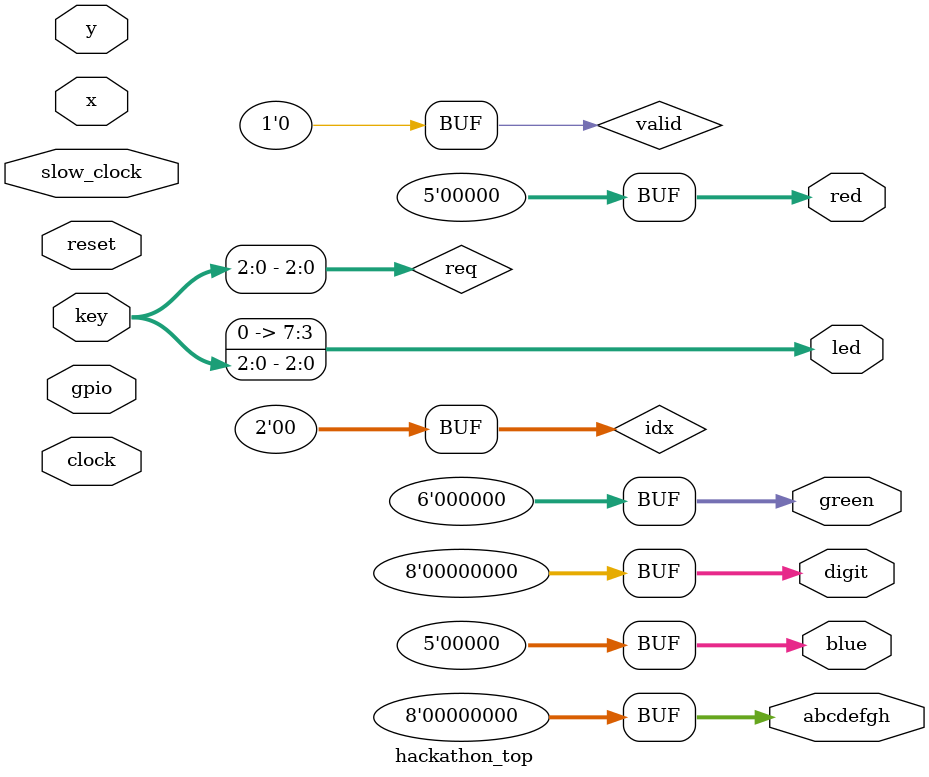
<source format=sv>

module hackathon_top
(
    input  logic       clock,
    input  logic       slow_clock,
    input  logic       reset,

    input  logic [7:0] key,
    output logic [7:0] led,

    // Display de 7 segmentos (no usado en esta actividad)
    output logic [7:0] abcdefgh,
    output logic [7:0] digit,

    // Interfaz LCD (no usada aquí)
    input  logic [8:0] x,
    input  logic [8:0] y,
    output logic [4:0] red,
    output logic [5:0] green,
    output logic [4:0] blue,

    inout  logic [3:0] gpio
);

    // En esta actividad no usamos display, LCD ni GPIO.
    assign abcdefgh = '0;
    assign digit    = '0;
    assign red      = '0;
    assign green    = '0;
    assign blue     = '0;
    // gpio se maneja desde el wrapper de la placa

    // -------------------------------------------------------------------------
    // Entradas: líneas de petición (requests)
    // -------------------------------------------------------------------------
    //
    // Mapeo sugerido:
    //   req[0] = key[0]
    //   req[1] = key[1]
    //   req[2] = key[2]
    //
    // Cada bit representa una “fuente” que pide servicio.
    // Si varias están en 1 al mismo tiempo, el encoder debe elegir la de mayor
    // prioridad:  req[2] > req[1] > req[0].

    logic [2:0] req;

    assign req = key[2:0];

    // -------------------------------------------------------------------------
    // Priority encoder 3→2 con bandera "valid"
    // -------------------------------------------------------------------------
    //
    // Requerimientos:
    //   - idx[1:0] indica cuál línea fue seleccionada:
    //
    //       req = 3'b001 → idx = 2'd0, valid = 1
    //       req = 3'b010 → idx = 2'd1, valid = 1
    //       req = 3'b100 → idx = 2'd2, valid = 1
    //
    //   - Si hay varias peticiones al mismo tiempo, gana la de MAYOR índice:
    //
    //       req = 3'b011 → idx = 2'd1, valid = 1   (gana bit 1 sobre 0)
    //       req = 3'b110 → idx = 2'd2, valid = 1   (gana bit 2 sobre 1)
    //       req = 3'b111 → idx = 2'd2, valid = 1   (gana bit 2)
    //
    //   - Si no hay peticiones (req = 0), entonces:
    //
    //       idx = 2'd0  (valor por defecto)
    //       valid = 0
    //
    // Implementación sugerida:
    //   - usar always_comb
    //   - usar cadena de if/else para expresar prioridad explícita.

    logic [1:0] idx;
    logic       valid;

    always_comb
    begin
        // Valores por defecto (sin petición)
        idx   = 2'd0;
        valid = 1'b0;

        // TODO: implementar la lógica de prioridad
        //
        // Pista:
        //   Primero pregunta por req[2],
        //   luego por req[1],
        //   luego por req[0].
        //
        // Ejemplo orientativo de estructura (no es la solución final):
        //
        // if (req[2])
        // begin
        //     idx   = 2'd2;
        //     valid = 1'b1;
        // end
        // else if (req[1])
        // begin
        //     idx   = 2'd1;
        //     valid = 1'b1;
        // end
        // else if (req[0])
        // begin
        //     idx   = 2'd0;
        //     valid = 1'b1;
        // end
        // else
        // begin
        //     // ya están puestos los valores por defecto
        // end
    end

    // -------------------------------------------------------------------------
    // Salida a LEDs
    // -------------------------------------------------------------------------
    //
    // Propuesta de visualización:
    //
    //   led[2:0] → req[2:0]   (peticiones activas)
    //   led[4:3] → idx[1:0]   (código seleccionado)
    //   led[7]   → valid      (hay al menos una petición)
    //
    //   led[6:5] → libres (para extensiones)
    //

    always_comb
    begin
        led = 8'b0000_0000;

        led[2:0] = req;   // Ver qué peticiones están activas
        led[4:3] = idx;   // Índice seleccionado por el encoder
        led[7]   = valid; // Bandera de "al menos una petición"
    end

endmodule

</source>
